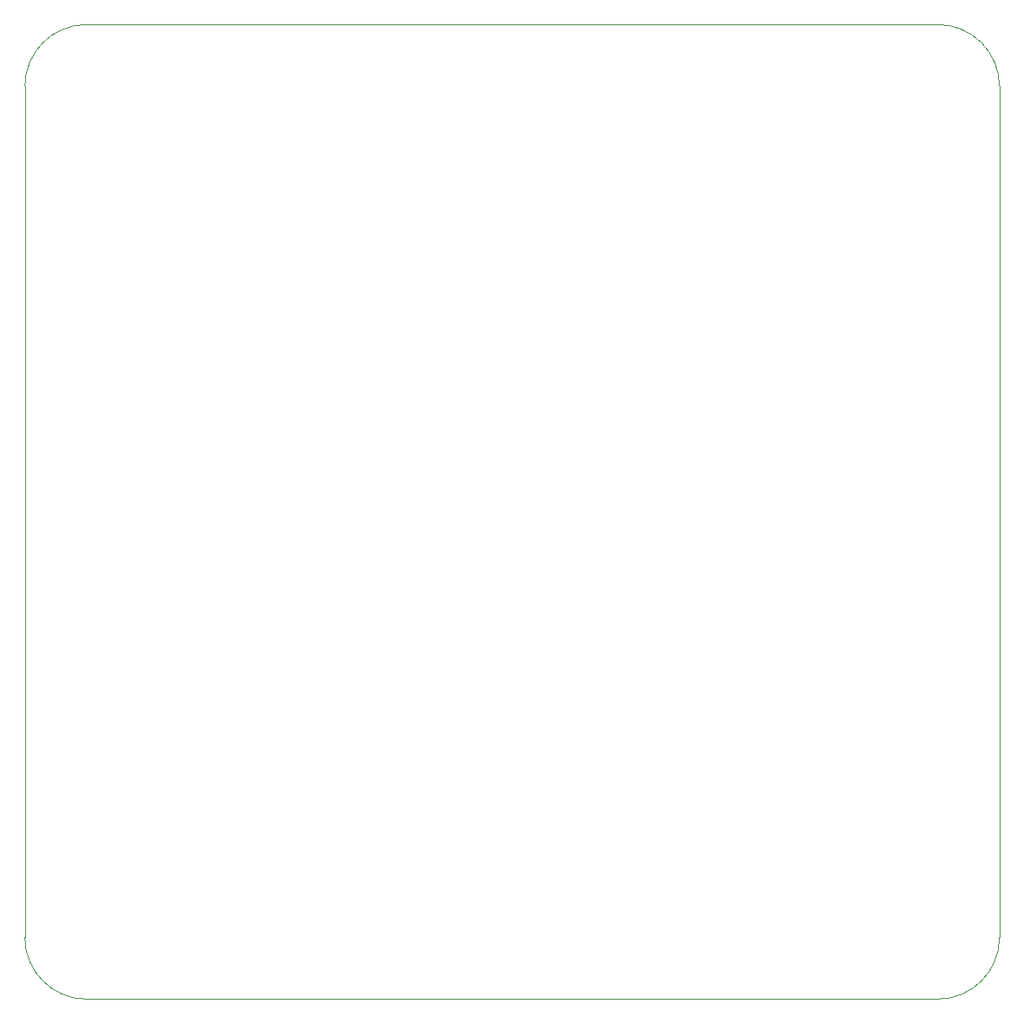
<source format=gm1>
%TF.GenerationSoftware,KiCad,Pcbnew,(6.0.1)*%
%TF.CreationDate,2022-09-29T09:15:53-04:00*%
%TF.ProjectId,OptoOut8-I2C,4f70746f-4f75-4743-982d-4932432e6b69,X1*%
%TF.SameCoordinates,Original*%
%TF.FileFunction,Profile,NP*%
%FSLAX46Y46*%
G04 Gerber Fmt 4.6, Leading zero omitted, Abs format (unit mm)*
G04 Created by KiCad (PCBNEW (6.0.1)) date 2022-09-29 09:15:53*
%MOMM*%
%LPD*%
G01*
G04 APERTURE LIST*
%TA.AperFunction,Profile*%
%ADD10C,0.100000*%
%TD*%
G04 APERTURE END LIST*
D10*
X30000000Y-109000000D02*
X30000000Y-26000000D01*
X119000000Y-115000000D02*
X36000000Y-115000000D01*
X125000000Y-26000000D02*
X125000000Y-109000000D01*
X36000000Y-20000000D02*
X119000000Y-20000000D01*
X30000000Y-109000000D02*
G75*
G03*
X36000000Y-115000000I6000000J0D01*
G01*
X119000000Y-115000000D02*
G75*
G03*
X125000000Y-109000000I0J6000000D01*
G01*
X125000000Y-26000000D02*
G75*
G03*
X119000000Y-20000000I-6000000J0D01*
G01*
X36000000Y-20000000D02*
G75*
G03*
X30000000Y-26000000I0J-6000000D01*
G01*
M02*

</source>
